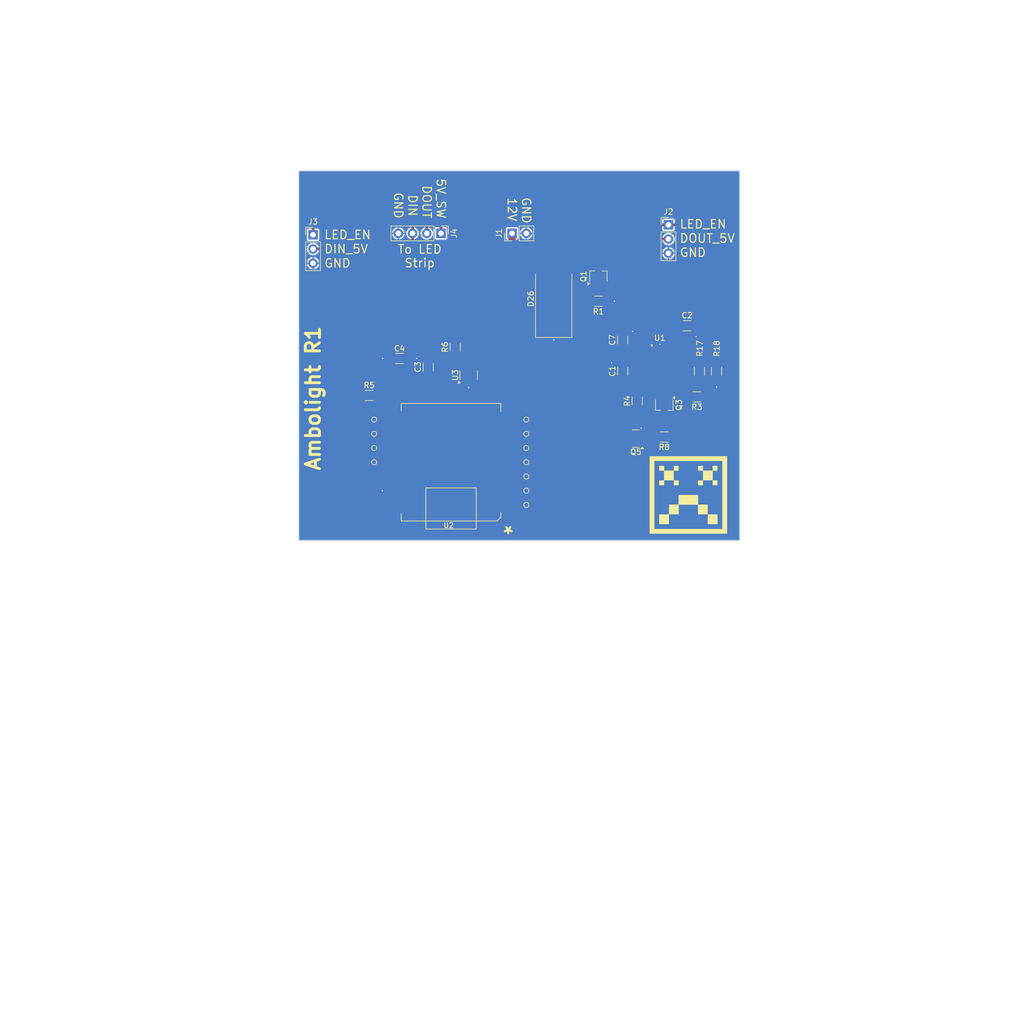
<source format=kicad_pcb>
(kicad_pcb (version 20240108) (generator "pcbnew") (generator_version "8.0")
  (layers (0 "F.Cu" signal) (31 "B.Cu" signal) (35 "F.Paste" user) (36 "B.SilkS" user "B.Silkscreen") (37 "F.SilkS" user "F.Silkscreen") (38 "B.Mask" user) (39 "F.Mask" user) (44 "Edge.Cuts" user))
  (net 0 "")
  (net 1 "GND")
  (net 2 "+12V")
  (net 3 "+3.3V")
  (net 4 "+5V")
  (net 5 "Net-(U1-VCC)")
  (net 6 "Net-(Q1-S)")
  (net 7 "LED_DATA_3.3V")
  (net 8 "LED_DATA_5V")
  (net 9 "Net-(U1-FB)")
  (net 14 "Net-(Q3-G)")
  (net 15 "LED_ENABLE")
  (net 16 "LED_DATA_OUT")
  (net 17 "5V_LED")
  (net 18 "Net-(U2-PA02_A0_D0)")
  (net 19 "Net-(U2-PA11_A3_D3)")
  (net 20 "Net-(U2-PA9_A5_D5_SCL)")
  (net 21 "Net-(U2-PB08_A6_D6_TX)")
  (net 22 "Net-(U2-PA6_A10_D10_MOSI)")
  (net 23 "Net-(U2-PA5_A9_D9_MISO)")
  (net 24 "Net-(U2-PA7_A8_D8_SCK)")
  (net 25 "Net-(U2-PB09_A7_D7_RX)")
  (net 26 "Net-(Q1-G)")
  (net 27 "Net-(U2-PA4_A1_D1)")
  (net 28 "Net-(Q5-B)")
  (net 29 "Net-(U2-PA10_A2_D2)")
  (net 30 "LED_DIN_5V")
  (footprint "1-rjc-rv:TP_SMT_25mil" (layer "F.Cu") (at -24.638 -11.43)
    (property "Reference" "TP7" (hide yes))
    (property "Value" "TestPoint")
    (pad "1" smd circle (at 0 0) (size 0.635 0.635) (layers "F.Cu" "F.Paste" "F.Mask") (net 23 "Net-(U2-PA5_A9_D9_MISO)"))
  )
  (footprint "Resistor_SMD:R_1206_3216Metric_Pad1.30x1.75mm_HandSolder" (layer "F.Cu") (at 15.427999 -37.652999)
    (property "Reference" "R1" (at 0 1.841201 360) (layer "F.SilkS"))
    (property "Value" "10k")
    (pad "1" smd roundrect (at -1.55 0) (size 1.3 1.75) (layers "F.Cu" "F.Paste" "F.Mask") (roundrect_rratio 0.192308) (net 26 "Net-(Q1-G)"))
    (pad "2" smd roundrect (at 1.55 0) (size 1.3 1.75) (layers "F.Cu" "F.Paste" "F.Mask") (roundrect_rratio 0.192308) (net 1 "GND"))
  )
  (footprint "1-rjc-rv:TP_SMT_25mil" (layer "F.Cu") (at -24.638 -8.89)
    (property "Reference" "TP6" (hide yes))
    (property "Value" "TestPoint")
    (pad "1" smd circle (at 0 0) (size 0.635 0.635) (layers "F.Cu" "F.Paste" "F.Mask") (net 22 "Net-(U2-PA6_A10_D10_MOSI)"))
  )
  (footprint "Capacitor_SMD:C_1206_3216Metric_Pad1.33x1.80mm_HandSolder" (layer "F.Cu") (at 19.7612 -30.734 90)
    (property "Reference" "C7" (at 0 -1.85 90) (layer "F.SilkS"))
    (property "Value" "22u")
    (pad "1" smd roundrect (at -1.5625 0 90) (size 1.325 1.8) (layers "F.Cu" "F.Paste" "F.Mask") (roundrect_rratio 0.188679) (net 6 "Net-(Q1-S)"))
    (pad "2" smd roundrect (at 1.5625 0 90) (size 1.325 1.8) (layers "F.Cu" "F.Paste" "F.Mask") (roundrect_rratio 0.188679) (net 1 "GND"))
  )
  (footprint "Resistor_SMD:R_1206_3216Metric_Pad1.30x1.75mm_HandSolder" (layer "F.Cu") (at -25.527 -20.828)
    (property "Reference" "R5" (at 0 -1.82 0) (layer "F.SilkS"))
    (property "Value" "0")
    (pad "1" smd roundrect (at -1.55 0) (size 1.3 1.75) (layers "F.Cu" "F.Paste" "F.Mask") (roundrect_rratio 0.192308) (net 29 "Net-(U2-PA10_A2_D2)"))
    (pad "2" smd roundrect (at 1.55 0) (size 1.3 1.75) (layers "F.Cu" "F.Paste" "F.Mask") (roundrect_rratio 0.192308) (net 7 "LED_DATA_3.3V"))
  )
  (footprint "Connector_PinHeader_2.54mm:PinHeader_1x03_P2.54mm_Vertical" (layer "F.Cu") (at 27.94 -51.308)
    (property "Reference" "J2" (at 0 -2.33 360) (layer "F.SilkS"))
    (property "Value" "0.1\" header")
    (pad "1" thru_hole rect (at 0 0) (size 1.7 1.7) (drill 1) (layers "*.Cu" "*.Mask") (net 15 "LED_ENABLE"))
    (pad "2" thru_hole oval (at 0 2.54) (size 1.7 1.7) (drill 1) (layers "*.Cu" "*.Mask") (net 16 "LED_DATA_OUT"))
    (pad "3" thru_hole oval (at 0 5.08) (size 1.7 1.7) (drill 1) (layers "*.Cu" "*.Mask") (net 1 "GND"))
  )
  (footprint "1-rjc-rv:TLVM23615RDNR" (layer "F.Cu") (at 27.1272 -26.694)
    (property "Reference" "U1" (at -0.7366 -4.421 0) (layer "F.SilkS"))
    (property "Value" "TLVM23615RDNR")
    (pad "1" smd roundrect (at -1.9812 -1.9812) (size 2.1844 0.508) (layers "F.Cu" "F.Paste" "F.Mask"))
    (pad "2" smd roundrect (at -1.9558 -1.1684) (size 2.286 0.3556) (layers "F.Cu" "F.Paste" "F.Mask") (net 6 "Net-(Q1-S)"))
    (pad "3" smd roundrect (at -1.9304 -0.635) (size 2.286 0.3556) (layers "F.Cu" "F.Paste" "F.Mask") (net 6 "Net-(Q1-S)"))
    (pad "4" smd roundrect (at -1.778 0.9906) (size 2.54 2.159) (layers "F.Cu" "F.Paste" "F.Mask") (roundrect_rratio 0.1157943492) (net 4 "+5V"))
    (pad "5" smd roundrect (at 1.778 0.9906) (size 2.54 2.159) (layers "F.Cu" "F.Paste" "F.Mask") (roundrect_rratio 0.1157943492))
    (pad "6" smd roundrect (at 1.9304 -0.635) (size 2.286 0.3556) (layers "F.Cu" "F.Paste" "F.Mask"))
    (pad "7" smd roundrect (at 1.9304 -1.1684) (size 2.286 0.3556) (layers "F.Cu" "F.Paste" "F.Mask"))
    (pad "8" smd roundrect (at 1.9812 -1.9812) (size 2.1844 0.508) (layers "F.Cu" "F.Paste" "F.Mask") (net 5 "Net-(U1-VCC)"))
    (pad "9" smd roundrect (at 0.5334 -2.0574) (size 0.3556 0.889) (layers "F.Cu" "F.Mask") (roundrect_rratio 0.3) (net 9 "Net-(U1-FB)"))
    (pad "10" smd roundrect (at 0 -1.9558) (size 0.3556 1.143) (layers "F.Cu" "F.Mask") (roundrect_rratio 0.3) (net 1 "GND"))
    (pad "11" smd roundrect (at -0.5334 -2.0574) (size 0.3556 0.889) (layers "F.Cu" "F.Mask") (roundrect_rratio 0.3) (net 1 "GND"))
  )
  (footprint "Capacitor_SMD:C_1206_3216Metric_Pad1.33x1.80mm_HandSolder" (layer "F.Cu") (at -14.986 -25.908 90)
    (property "Reference" "C3" (at 0 -1.85 90) (layer "F.SilkS"))
    (property "Value" "1u")
    (pad "1" smd roundrect (at -1.5625 0 90) (size 1.325 1.8) (layers "F.Cu" "F.Paste" "F.Mask") (roundrect_rratio 0.188679) (net 3 "+3.3V"))
    (pad "2" smd roundrect (at 1.5625 0 90) (size 1.325 1.8) (layers "F.Cu" "F.Paste" "F.Mask") (roundrect_rratio 0.188679) (net 1 "GND"))
  )
  (footprint "Resistor_SMD:R_1206_3216Metric_Pad1.30x1.75mm_HandSolder" (layer "F.Cu") (at 33.02 -20.574 180)
    (property "Reference" "R3" (at 0 -1.82 360) (layer "F.SilkS"))
    (property "Value" "0")
    (pad "1" smd roundrect (at -1.55 0 180) (size 1.3 1.75) (layers "F.Cu" "F.Paste" "F.Mask") (roundrect_rratio 0.192308) (net 17 "5V_LED"))
    (pad "2" smd roundrect (at 1.55 0 180) (size 1.3 1.75) (layers "F.Cu" "F.Paste" "F.Mask") (roundrect_rratio 0.192308) (net 4 "+5V"))
  )
  (footprint "1-rjc-rv:brokedit_icon_750x750" (layer "F.Cu") (at 31.496 -3.048)
    (property "Reference" "FID1" (hide yes))
    (property "Value" "Fiducial" (hide yes))
  )
  (footprint "Package_TO_SOT_SMD:SOT-23" (layer "F.Cu") (at 22.1082 -13.121 180)
    (property "Reference" "Q5" (at 0 -2.4 0) (layer "F.SilkS"))
    (property "Value" "MMBT3904")
    (pad "1" smd roundrect (at -0.9375 -0.95 180) (size 1.475 0.6) (layers "F.Cu" "F.Paste" "F.Mask") (net 28 "Net-(Q5-B)"))
    (pad "2" smd roundrect (at -0.9375 0.95 180) (size 1.475 0.6) (layers "F.Cu" "F.Paste" "F.Mask") (net 1 "GND"))
    (pad "3" smd roundrect (at 0.9375 0 180) (size 1.475 0.6) (layers "F.Cu" "F.Paste" "F.Mask") (net 14 "Net-(Q3-G)"))
  )
  (footprint "1-rjc-rv:TP_SMT_25mil" (layer "F.Cu") (at -24.638 -16.51)
    (property "Reference" "TP9" (hide yes))
    (property "Value" "TestPoint")
    (pad "1" smd circle (at 0 0) (size 0.635 0.635) (layers "F.Cu" "F.Paste" "F.Mask") (net 25 "Net-(U2-PB09_A7_D7_RX)"))
  )
  (footprint "1-rjc-rv:TP_SMT_25mil" (layer "F.Cu") (at 2.54 -1.27)
    (property "Reference" "TP1" (hide yes))
    (property "Value" "TestPoint")
    (pad "1" smd circle (at 0 0) (size 0.635 0.635) (layers "F.Cu" "F.Paste" "F.Mask") (net 18 "Net-(U2-PA02_A0_D0)"))
  )
  (footprint "Resistor_SMD:R_1206_3216Metric_Pad1.30x1.75mm_HandSolder" (layer "F.Cu") (at 22.351998 -19.838001 -90)
    (property "Reference" "R4" (at 0 1.777998 90) (layer "F.SilkS"))
    (property "Value" "100k")
    (pad "1" smd roundrect (at -1.55 0 270) (size 1.3 1.75) (layers "F.Cu" "F.Paste" "F.Mask") (roundrect_rratio 0.192308) (net 4 "+5V"))
    (pad "2" smd roundrect (at 1.55 0 270) (size 1.3 1.75) (layers "F.Cu" "F.Paste" "F.Mask") (roundrect_rratio 0.192308) (net 14 "Net-(Q3-G)"))
  )
  (footprint "Connector_PinHeader_2.54mm:PinHeader_1x02_P2.54mm_Vertical" (layer "F.Cu") (at 0 -49.784 90)
    (property "Reference" "J1" (at 0 -2.33 90) (layer "F.SilkS"))
    (property "Value" "Conn_01x04")
    (pad "1" thru_hole rect (at 0 0 90) (size 1.7 1.7) (drill 1) (layers "*.Cu" "*.Mask") (net 2 "+12V"))
    (pad "2" thru_hole oval (at 0 2.54 90) (size 1.7 1.7) (drill 1) (layers "*.Cu" "*.Mask") (net 1 "GND"))
  )
  (footprint "Connector_PinHeader_2.54mm:PinHeader_1x04_P2.54mm_Vertical" (layer "F.Cu") (at -12.7 -49.784 -90)
    (property "Reference" "J4" (at 0 -2.33 90) (layer "F.SilkS"))
    (property "Value" "0.1\" header")
    (pad "1" thru_hole rect (at 0 0 270) (size 1.7 1.7) (drill 1) (layers "*.Cu" "*.Mask") (net 17 "5V_LED"))
    (pad "2" thru_hole oval (at 0 2.54 270) (size 1.7 1.7) (drill 1) (layers "*.Cu" "*.Mask") (net 16 "LED_DATA_OUT"))
    (pad "3" thru_hole oval (at 0 5.08 270) (size 1.7 1.7) (drill 1) (layers "*.Cu" "*.Mask") (net 30 "LED_DIN_5V"))
    (pad "4" thru_hole oval (at 0 7.62 270) (size 1.7 1.7) (drill 1) (layers "*.Cu" "*.Mask") (net 1 "GND"))
  )
  (footprint "1-rjc-rv:TP_SMT_25mil" (layer "F.Cu") (at 2.54 -11.43)
    (property "Reference" "TP3" (hide yes))
    (property "Value" "TestPoint")
    (pad "1" smd circle (at 0 0) (size 0.635 0.635) (layers "F.Cu" "F.Paste" "F.Mask") (net 15 "LED_ENABLE"))
  )
  (footprint "Capacitor_SMD:C_1206_3216Metric_Pad1.33x1.80mm_HandSolder" (layer "F.Cu") (at -20.1045 -27.432 180)
    (property "Reference" "C4" (at 0 1.778 360) (layer "F.SilkS"))
    (property "Value" "1u")
    (pad "1" smd roundrect (at -1.5625 0 180) (size 1.325 1.8) (layers "F.Cu" "F.Paste" "F.Mask") (roundrect_rratio 0.188679) (net 4 "+5V"))
    (pad "2" smd roundrect (at 1.5625 0 180) (size 1.325 1.8) (layers "F.Cu" "F.Paste" "F.Mask") (roundrect_rratio 0.188679) (net 1 "GND"))
  )
  (footprint "Resistor_SMD:R_1206_3216Metric_Pad1.30x1.75mm_HandSolder" (layer "F.Cu") (at 33.4772 -25.146 90)
    (property "Reference" "R17" (at 4.064 0.0508 90) (layer "F.SilkS"))
    (property "Value" "40.2k")
    (pad "1" smd roundrect (at -1.55 0 90) (size 1.3 1.75) (layers "F.Cu" "F.Paste" "F.Mask") (roundrect_rratio 0.192308) (net 4 "+5V"))
    (pad "2" smd roundrect (at 1.55 0 90) (size 1.3 1.75) (layers "F.Cu" "F.Paste" "F.Mask") (roundrect_rratio 0.192308) (net 9 "Net-(U1-FB)"))
  )
  (footprint "Capacitor_SMD:C_1206_3216Metric_Pad1.33x1.80mm_HandSolder" (layer "F.Cu") (at 19.7612 -25.1714 90)
    (property "Reference" "C1" (at 0 -1.85 90) (layer "F.SilkS"))
    (property "Value" "22u")
    (pad "1" smd roundrect (at -1.5625 0 90) (size 1.325 1.8) (layers "F.Cu" "F.Paste" "F.Mask") (roundrect_rratio 0.188679) (net 4 "+5V"))
    (pad "2" smd roundrect (at 1.5625 0 90) (size 1.325 1.8) (layers "F.Cu" "F.Paste" "F.Mask") (roundrect_rratio 0.188679) (net 1 "GND"))
  )
  (footprint "1-rjc-rv:TP_SMT_25mil" (layer "F.Cu") (at 2.54 -13.97)
    (property "Reference" "TP4" (hide yes))
    (property "Value" "TestPoint")
    (pad "1" smd circle (at 0 0) (size 0.635 0.635) (layers "F.Cu" "F.Paste" "F.Mask") (net 20 "Net-(U2-PA9_A5_D5_SCL)"))
  )
  (footprint "Resistor_SMD:R_1206_3216Metric_Pad1.30x1.75mm_HandSolder" (layer "F.Cu") (at 27.1882 -13.415 180)
    (property "Reference" "R8" (at 0 -1.82 0) (layer "F.SilkS"))
    (property "Value" "100k")
    (pad "1" smd roundrect (at -1.55 0 180) (size 1.3 1.75) (layers "F.Cu" "F.Paste" "F.Mask") (roundrect_rratio 0.192308) (net 15 "LED_ENABLE"))
    (pad "2" smd roundrect (at 1.55 0 180) (size 1.3 1.75) (layers "F.Cu" "F.Paste" "F.Mask") (roundrect_rratio 0.192308) (net 28 "Net-(Q5-B)"))
  )
  (footprint "Package_TO_SOT_SMD:TSOT-23_HandSoldering" (layer "F.Cu") (at 27.1882 -19.13 -90)
    (property "Reference" "Q3" (at 0 -2.65 90) (layer "F.SilkS"))
    (property "Value" "DMP3099L")
    (pad "1" smd roundrect (at -1.71 -0.95 270) (size 2 0.65) (layers "F.Cu" "F.Paste" "F.Mask") (net 14 "Net-(Q3-G)"))
    (pad "2" smd roundrect (at -1.71 0.95 270) (size 2 0.65) (layers "F.Cu" "F.Paste" "F.Mask") (net 4 "+5V"))
    (pad "3" smd roundrect (at 1.71 0 270) (size 2 0.65) (layers "F.Cu" "F.Paste" "F.Mask") (net 17 "5V_LED"))
  )
  (footprint "KM-ESP-Kit:SeeedStudio-MOUDLE14P-SMD-2.54-21X17.8MM" (layer "F.Cu") (at -2.009802 -19.390004 180)
    (property "Reference" "U2" (at 9.3345 -21.7805 180) (layer "F.SilkS") (effects (font (size 0.889 0.889) (thickness 0.1524) (bold yes))))
    (property "Value" "MOUDLE-SEEEDUINO-XIAO-ESP32C3")
    (fp_text user "*" (at -2.54 -20.32 180) (layer "F.SilkS") (effects (font (size 2.54 2.54) (thickness 0.381)) (justify left bottom)))
    (pad "1" smd roundrect (at -0.1524 -18.1102 180) (size 4.572 2.032) (layers "F.Cu" "F.Paste" "F.Mask") (roundrect_rratio 0.5) (net 18 "Net-(U2-PA02_A0_D0)"))
    (pad "2" smd roundrect (at -0.1524 -15.58 180) (size 4.572 2.032) (layers "F.Cu" "F.Paste" "F.Mask") (roundrect_rratio 0.5) (net 27 "Net-(U2-PA4_A1_D1)"))
    (pad "3" smd roundrect (at -0.1524 -13.04 180) (size 4.572 2.032) (layers "F.Cu" "F.Paste" "F.Mask") (roundrect_rratio 0.5) (net 29 "Net-(U2-PA10_A2_D2)"))
    (pad "4" smd roundrect (at -0.1524 -10.5 180) (size 4.572 2.032) (layers "F.Cu" "F.Paste" "F.Mask") (roundrect_rratio 0.5) (net 19 "Net-(U2-PA11_A3_D3)"))
    (pad "5" smd roundrect (at -0.1524 -7.96 180) (size 4.572 2.032) (layers "F.Cu" "F.Paste" "F.Mask") (roundrect_rratio 0.5) (net 15 "LED_ENABLE"))
    (pad "6" smd roundrect (at -0.1524 -5.42 180) (size 4.572 2.032) (layers "F.Cu" "F.Paste" "F.Mask") (roundrect_rratio 0.5) (net 20 "Net-(U2-PA9_A5_D5_SCL)"))
    (pad "7" smd roundrect (at -0.1524 -2.88 180) (size 4.572 2.032) (layers "F.Cu" "F.Paste" "F.Mask") (roundrect_rratio 0.5) (net 21 "Net-(U2-PB08_A6_D6_TX)"))
    (pad "8" smd roundrect (at 17.907 -2.88 180) (size 4.572 2.032) (layers "F.Cu" "F.Paste" "F.Mask") (roundrect_rratio 0.5) (net 25 "Net-(U2-PB09_A7_D7_RX)"))
    (pad "9" smd roundrect (at 17.907 -5.42 180) (size 4.572 2.032) (layers "F.Cu" "F.Paste" "F.Mask") (roundrect_rratio 0.5) (net 24 "Net-(U2-PA7_A8_D8_SCK)"))
    (pad "10" smd roundrect (at 17.907 -7.96 180) (size 4.572 2.032) (layers "F.Cu" "F.Paste" "F.Mask") (roundrect_rratio 0.5) (net 23 "Net-(U2-PA5_A9_D9_MISO)"))
    (pad "11" smd roundrect (at 17.907 -10.5 180) (size 4.572 2.032) (layers "F.Cu" "F.Paste" "F.Mask") (roundrect_rratio 0.5) (net 22 "Net-(U2-PA6_A10_D10_MOSI)"))
    (pad "12" smd roundrect (at 17.907 -13.04 180) (size 4.572 2.032) (layers "F.Cu" "F.Paste" "F.Mask") (roundrect_rratio 0.5) (net 3 "+3.3V"))
    (pad "13" smd roundrect (at 17.907 -15.58 180) (size 4.572 2.032) (layers "F.Cu" "F.Paste" "F.Mask") (roundrect_rratio 0.5) (net 1 "GND"))
    (pad "14" smd roundrect (at 17.907 -18.1102 180) (size 4.572 2.032) (layers "F.Cu" "F.Paste" "F.Mask") (roundrect_rratio 0.5) (net 4 "+5V"))
    (zone (net 0) (net_name "") (layer "F.Cu") (connect_pads (clearance 0)) (min_thickness 0.01)
      (keepout (tracks not_allowed) (vias not_allowed) (pads not_allowed) (copperpour not_allowed) (footprints allowed))
      (fill (thermal_gap 0.508) (thermal_bridge_width 0.508))
      (polygon (pts (xy -14.328802 -2.372004) (xy -16.106802 -2.372004) (xy -16.106802 -5.039004) (xy -14.328802 -5.039004)))
    )
    (zone (net 0) (net_name "") (layer "F.Cu") (connect_pads (clearance 0)) (min_thickness 0.01)
      (keepout (tracks not_allowed) (vias not_allowed) (pads not_allowed) (copperpour not_allowed) (footprints allowed))
      (fill (thermal_gap 0.508) (thermal_bridge_width 0.508))
      (polygon (pts (xy -14.328802 1.691996) (xy -16.106802 1.691996) (xy -16.106802 -0.975004) (xy -14.328802 -0.975004)))
    )
    (zone (net 0) (net_name "") (layer "F.Cu") (connect_pads (clearance 0)) (min_thickness 0.01)
      (keepout (tracks not_allowed) (vias not_allowed) (pads not_allowed) (copperpour not_allowed) (footprints allowed))
      (fill (thermal_gap 0.508) (thermal_bridge_width 0.508))
      (polygon (pts (xy -11.788802 -8.087004) (xy -14.836802 -8.087004) (xy -14.836802 -11.135004) (xy -11.788802 -11.135004)))
    )
    (zone (net 0) (net_name "") (layer "F.Cu") (connect_pads (clearance 0)) (min_thickness 0.01)
      (keepout (tracks not_allowed) (vias not_allowed) (pads not_allowed) (copperpour not_allowed) (footprints allowed))
      (fill (thermal_gap 0.508) (thermal_bridge_width 0.508))
      (polygon (pts (xy -8.359802 -16.215004) (xy -14.074802 -16.215004) (xy -14.074802 -18.755004) (xy -8.359802 -18.755004)))
    )
    (zone (net 0) (net_name "") (layer "F.Cu") (connect_pads (clearance 0)) (min_thickness 0.01)
      (keepout (tracks not_allowed) (vias not_allowed) (pads not_allowed) (copperpour not_allowed) (footprints allowed))
      (fill (thermal_gap 0.508) (thermal_bridge_width 0.508))
      (polygon (pts (xy -8.359802 0.929996) (xy -13.566802 0.929996) (xy -13.566802 -6.055004) (xy -8.359802 -6.055004)))
    )
    (zone (net 0) (net_name "") (layer "F.Cu") (connect_pads (clearance 0)) (min_thickness 0.01)
      (keepout (tracks not_allowed) (vias not_allowed) (pads not_allowed) (copperpour not_allowed) (footprints allowed))
      (fill (thermal_gap 0.508) (thermal_bridge_width 0.508))
      (polygon (pts (xy -5.692802 -2.372004) (xy -7.470802 -2.372004) (xy -7.470802 -5.039004) (xy -5.692802 -5.039004)))
    )
    (zone (net 0) (net_name "") (layer "F.Cu") (connect_pads (clearance 0)) (min_thickness 0.01)
      (keepout (tracks not_allowed) (vias not_allowed) (pads not_allowed) (copperpour not_allowed) (footprints allowed))
      (fill (thermal_gap 0.508) (thermal_bridge_width 0.508))
      (polygon (pts (xy -5.692802 1.691996) (xy -7.470802 1.691996) (xy -7.470802 -0.975004) (xy -5.692802 -0.975004)))
    )
    (zone (net 0) (net_name "") (layer "F.Cu") (connect_pads (clearance 0)) (min_thickness 0.01)
      (keepout (tracks not_allowed) (vias not_allowed) (pads not_allowed) (copperpour not_allowed) (footprints allowed))
      (fill (thermal_gap 0.508) (thermal_bridge_width 0.508))
      (polygon (pts (xy -4.994302 -6.626504) (xy -7.915302 -6.626504) (xy -7.915302 -8.658504) (xy -4.994302 -8.658504)))
    )
  )
  (footprint "Package_TO_SOT_SMD:SOT-23-6" (layer "F.Cu") (at -7.7525 -24.45 90)
    (property "Reference" "U3" (at 0 -2.4 90) (layer "F.SilkS"))
    (property "Value" "TXS0101DBV")
    (pad "1" smd roundrect (at -1.1375 -0.95 90) (size 1.325 0.6) (layers "F.Cu" "F.Paste" "F.Mask") (net 3 "+3.3V"))
    (pad "2" smd roundrect (at -1.1375 0 90) (size 1.325 0.6) (layers "F.Cu" "F.Paste" "F.Mask") (net 1 "GND"))
    (pad "3" smd roundrect (at -1.1375 0.95 90) (size 1.325 0.6) (layers "F.Cu" "F.Paste" "F.Mask") (net 7 "LED_DATA_3.3V"))
    (pad "4" smd roundrect (at 1.1375 0.95 90) (size 1.325 0.6) (layers "F.Cu" "F.Paste" "F.Mask") (net 8 "LED_DATA_5V"))
    (pad "5" smd roundrect (at 1.1375 0 90) (size 1.325 0.6) (layers "F.Cu" "F.Paste" "F.Mask") (net 3 "+3.3V"))
    (pad "6" smd roundrect (at 1.1375 -0.95 90) (size 1.325 0.6) (layers "F.Cu" "F.Paste" "F.Mask") (net 4 "+5V"))
  )
  (footprint "Diode_SMD:D_SMC_Handsoldering" (layer "F.Cu") (at 7.4422 -38.1 90)
    (property "Reference" "D26" (at 0 -4.1 90) (layer "F.SilkS"))
    (property "Value" "SMCJ28CA")
    (pad "1" smd roundrect (at -4.4 0 180) (size 3.3 4.5) (layers "F.Cu" "F.Paste" "F.Mask") (roundrect_rratio 0.0757575758) (net 1 "GND"))
    (pad "2" smd roundrect (at 4.4 0 180) (size 3.3 4.5) (layers "F.Cu" "F.Paste" "F.Mask") (roundrect_rratio 0.0757575758) (net 2 "+12V"))
  )
  (footprint "Connector_PinHeader_2.54mm:PinHeader_1x03_P2.54mm_Vertical" (layer "F.Cu") (at -35.56 -49.53)
    (property "Reference" "J3" (at 0 -2.33 360) (layer "F.SilkS"))
    (property "Value" "0.1\" header")
    (pad "1" thru_hole rect (at 0 0) (size 1.7 1.7) (drill 1) (layers "*.Cu" "*.Mask") (net 15 "LED_ENABLE"))
    (pad "2" thru_hole oval (at 0 2.54) (size 1.7 1.7) (drill 1) (layers "*.Cu" "*.Mask") (net 30 "LED_DIN_5V"))
    (pad "3" thru_hole oval (at 0 5.08) (size 1.7 1.7) (drill 1) (layers "*.Cu" "*.Mask") (net 1 "GND"))
  )
  (footprint "Capacitor_SMD:C_1206_3216Metric_Pad1.33x1.80mm_HandSolder" (layer "F.Cu") (at 31.2805 -33.274)
    (property "Reference" "C2" (at 0 -1.85 0) (layer "F.SilkS"))
    (property "Value" "1u")
    (pad "1" smd roundrect (at -1.5625 0) (size 1.325 1.8) (layers "F.Cu" "F.Paste" "F.Mask") (roundrect_rratio 0.188679) (net 5 "Net-(U1-VCC)"))
    (pad "2" smd roundrect (at 1.5625 0) (size 1.325 1.8) (layers "F.Cu" "F.Paste" "F.Mask") (roundrect_rratio 0.188679) (net 1 "GND"))
  )
  (footprint "1-rjc-rv:TP_SMT_25mil" (layer "F.Cu") (at 2.54 -8.89)
    (property "Reference" "TP2" (hide yes))
    (property "Value" "TestPoint")
    (pad "1" smd circle (at 0 0) (size 0.635 0.635) (layers "F.Cu" "F.Paste" "F.Mask") (net 19 "Net-(U2-PA11_A3_D3)"))
  )
  (footprint "Package_TO_SOT_SMD:TSOT-23_HandSoldering" (layer "F.Cu") (at 15.427999 -42.097999 90)
    (property "Reference" "Q1" (at 0 -2.65 90) (layer "F.SilkS"))
    (property "Value" "DMP3099L")
    (pad "1" smd roundrect (at -1.71 -0.95 90) (size 2 0.65) (layers "F.Cu" "F.Paste" "F.Mask") (net 26 "Net-(Q1-G)"))
    (pad "2" smd roundrect (at -1.71 0.95 90) (size 2 0.65) (layers "F.Cu" "F.Paste" "F.Mask") (net 6 "Net-(Q1-S)"))
    (pad "3" smd roundrect (at 1.71 0 90) (size 2 0.65) (layers "F.Cu" "F.Paste" "F.Mask") (net 2 "+12V"))
  )
  (footprint "Resistor_SMD:R_1206_3216Metric_Pad1.30x1.75mm_HandSolder" (layer "F.Cu") (at -10.16 -29.464 90)
    (property "Reference" "R6" (at -0.000001 -1.82 90) (layer "F.SilkS"))
    (property "Value" "300")
    (pad "1" smd roundrect (at -1.55 0 90) (size 1.3 1.75) (layers "F.Cu" "F.Paste" "F.Mask") (roundrect_rratio 0.192308) (net 8 "LED_DATA_5V"))
    (pad "2" smd roundrect (at 1.55 0 90) (size 1.3 1.75) (layers "F.Cu" "F.Paste" "F.Mask") (roundrect_rratio 0.192308) (net 30 "LED_DIN_5V"))
  )
  (footprint "1-rjc-rv:TP_SMT_25mil" (layer "F.Cu") (at 2.54 -16.51)
    (property "Reference" "TP5" (hide yes))
    (property "Value" "TestPoint")
    (pad "1" smd circle (at 0 0) (size 0.635 0.635) (layers "F.Cu" "F.Paste" "F.Mask") (net 21 "Net-(U2-PB08_A6_D6_TX)"))
  )
  (footprint "1-rjc-rv:TP_SMT_25mil" (layer "F.Cu") (at 2.54 -3.81)
    (property "Reference" "TP11" (hide yes))
    (property "Value" "TestPoint")
    (pad "1" smd circle (at 0 0) (size 0.635 0.635) (layers "F.Cu" "F.Paste" "F.Mask") (net 27 "Net-(U2-PA4_A1_D1)"))
  )
  (footprint "1-rjc-rv:TP_SMT_25mil" (layer "F.Cu") (at 2.54 -6.35)
    (property "Reference" "TP10" (hide yes))
    (property "Value" "TestPoint")
    (pad "1" smd circle (at 0 0) (size 0.635 0.635) (layers "F.Cu" "F.Paste" "F.Mask") (net 29 "Net-(U2-PA10_A2_D2)"))
  )
  (footprint "1-rjc-rv:TP_SMT_25mil" (layer "F.Cu") (at -24.638 -13.97)
    (property "Reference" "TP8" (hide yes))
    (property "Value" "TestPoint")
    (pad "1" smd circle (at 0 0) (size 0.635 0.635) (layers "F.Cu" "F.Paste" "F.Mask") (net 24 "Net-(U2-PA7_A8_D8_SCK)"))
  )
  (footprint "Resistor_SMD:R_1206_3216Metric_Pad1.30x1.75mm_HandSolder" (layer "F.Cu") (at 36.5252 -25.146 -90)
    (property "Reference" "R18" (at -4.064 -0.0508 90) (layer "F.SilkS"))
    (property "Value" "10k")
    (pad "1" smd roundrect (at -1.55 0 270) (size 1.3 1.75) (layers "F.Cu" "F.Paste" "F.Mask") (roundrect_rratio 0.192308) (net 9 "Net-(U1-FB)"))
    (pad "2" smd roundrect (at 1.55 0 270) (size 1.3 1.75) (layers "F.Cu" "F.Paste" "F.Mask") (roundrect_rratio 0.192308) (net 1 "GND"))
  )
  (gr_rect (start -38.1 -60.96) (end 40.64 5.08) (stroke (width 0.1)) (fill none) (layer "Edge.Cuts"))
  (gr_text "LED_EN" (at -33.655 -49.53 0) (layer "F.SilkS") (effects (font (size 1.524 1.524) (thickness 0.2032)) (justify left)))
  (gr_text "DIN_5V" (at -33.655 -46.99 0) (layer "F.SilkS") (effects (font (size 1.524 1.524) (thickness 0.2032)) (justify left)))
  (gr_text "Ambolight R1" (at -35.56 -20.32 90) (layer "F.SilkS") (effects (font (size 2.54 2.54) (thickness 0.508) (bold yes))))
  (gr_text "DOUT_5V" (at 29.845 -48.895 0) (layer "F.SilkS") (effects (font (size 1.524 1.524) (thickness 0.2032)) (justify left)))
  (gr_text "To LED\nStrip" (at -16.51 -45.72 0) (layer "F.SilkS") (effects (font (size 1.524 1.524) (thickness 0.2032))))
  (gr_text "12V" (at 0 -51.816 270) (layer "F.SilkS") (effects (font (size 1.524 1.524) (thickness 0.2032)) (justify right)))
  (gr_text "GND" (at 2.54 -51.435 270) (layer "F.SilkS") (effects (font (size 1.524 1.524) (thickness 0.2032)) (justify right)))
  (gr_text "LED_EN" (at 29.845 -51.435 0) (layer "F.SilkS") (effects (font (size 1.524 1.524) (thickness 0.2032)) (justify left)))
  (gr_text "GND" (at 29.845 -46.355 0) (layer "F.SilkS") (effects (font (size 1.524 1.524) (thickness 0.2032)) (justify left)))
  (gr_text "GND" (at -20.32 -52.324 270) (layer "F.SilkS") (effects (font (size 1.524 1.524) (thickness 0.2032)) (justify right)))
  (gr_text "GND" (at -33.655 -44.45 0) (layer "F.SilkS") (effects (font (size 1.524 1.524) (thickness 0.2032)) (justify left)))
  (gr_text "5V_SW" (at -12.7 -52.324 270) (layer "F.SilkS") (effects (font (size 1.524 1.524) (thickness 0.2032)) (justify right)))
  (gr_text "DOUT" (at -15.24 -52.324 270) (layer "F.SilkS") (effects (font (size 1.524 1.524) (thickness 0.2032)) (justify right)))
  (gr_text "DIN" (at -17.78 -52.705 270) (layer "F.SilkS") (effects (font (size 1.524 1.524) (thickness 0.2032)) (justify right)))
  (segment (start -7.7525 -23.3125) (end -7.7525 -22.2305) (width 0.1524) (layer "F.Cu") (net 1))
  (segment (start 18.275004 -37.653002) (end 18.288 -37.665998) (width 0.254) (layer "F.Cu") (net 1))
  (segment (start 32.893 -31.369) (end 32.893 -33.224007) (width 0.381) (layer "F.Cu") (net 1))
  (segment (start -23.164796 -3.810004) (end -23.1648 -3.81) (width 0.254) (layer "F.Cu") (net 1))
  (segment (start -16.9795 -27.4705) (end -17.018 -27.432) (width 0.508) (layer "F.Cu") (net 1))
  (segment (start 36.5252 -23.596) (end 36.5252 -22.352) (width 0.381) (layer "F.Cu") (net 1))
  (segment (start -7.7525 -22.2305) (end -7.747 -22.225) (width 0.1524) (layer "F.Cu") (net 1))
  (segment (start 16.977998 -37.653002) (end 18.275004 -37.653002) (width 0.508) (layer "F.Cu") (net 1))
  (segment (start 19.6973 -26.67) (end 19.761201 -26.733901) (width 0.381) (layer "F.Cu") (net 1))
  (segment (start 7.4422 -33.7) (end 7.4422 -30.734) (width 0.508) (layer "F.Cu") (net 1))
  (segment (start 19.7997 -32.258) (end 21.4622 -32.258) (width 0.381) (layer "F.Cu") (net 1))
  (segment (start 19.7612 -32.2965) (end 19.7997 -32.258) (width 0.381) (layer "F.Cu") (net 1))
  (segment (start 26.6272 -29.7608) (end 26.416 -29.972) (width 0.1524) (layer "F.Cu") (net 1))
  (segment (start 17.78 -26.67) (end 19.6973 -26.67) (width 0.381) (layer "F.Cu") (net 1))
  (segment (start 32.893 -33.224007) (end 32.843008 -33.273999) (width 0.381) (layer "F.Cu") (net 1))
  (segment (start -19.916802 -3.810004) (end -23.164796 -3.810004) (width 0.508) (layer "F.Cu") (net 1))
  (segment (start 21.5007 -32.2965) (end 21.5392 -32.258) (width 0.1524) (layer "F.Cu") (net 1))
  (segment (start 21.4622 -32.258) (end 21.5007 -32.2965) (width 0.381) (layer "F.Cu") (net 1))
  (segment (start 23.0457 -14.071) (end 23.0457 -14.9685) (width 0.508) (layer "F.Cu") (net 1))
  (segment (start 23.0457 -14.9685) (end 23.0632 -14.986) (width 0.508) (layer "F.Cu") (net 1))
  (segment (start -21.667 -27.432) (end -23.114 -27.432) (width 0.508) (layer "F.Cu") (net 1))
  (segment (start -14.986 -27.4705) (end -16.9795 -27.4705) (width 0.508) (layer "F.Cu") (net 1))
  (segment (start 26.6272 -28.754) (end 26.6272 -29.7608) (width 0.1524) (layer "F.Cu") (net 1))
  (via (at -7.747 -22.225) (size 0.508) (drill 0.2032) (layers "F.Cu" "B.Cu") (net 1))
  (via (at 23.0632 -14.986) (size 0.508) (drill 0.2032) (layers "F.Cu" "B.Cu") (net 1))
  (via (at 7.4422 -30.734) (size 0.508) (drill 0.2032) (layers "F.Cu" "B.Cu") (net 1))
  (via (at 21.5392 -32.258) (size 0.508) (drill 0.2032) (layers "F.Cu" "B.Cu") (net 1))
  (via (at 36.5252 -22.352) (size 0.508) (drill 0.2032) (layers "F.Cu" "B.Cu") (net 1))
  (via (at 17.78 -26.67) (size 0.508) (drill 0.2032) (layers "F.Cu" "B.Cu") (net 1))
  (via (at -17.018 -27.432) (size 0.508) (drill 0.2032) (layers "F.Cu" "B.Cu") (net 1))
  (via (at 26.416 -29.972) (size 0.508) (drill 0.2032) (layers "F.Cu" "B.Cu") (net 1))
  (via (at -23.114 -27.432) (size 0.508) (drill 0.2032) (layers "F.Cu" "B.Cu") (net 1))
  (via (at -23.1648 -3.81) (size 0.508) (drill 0.2032) (layers "F.Cu" "B.Cu") (net 1))
  (via (at 18.288 -37.665998) (size 0.508) (drill 0.2032) (layers "F.Cu" "B.Cu") (net 1))
  (via (at 32.893 -31.369) (size 0.508) (drill 0.2032) (layers "F.Cu" "B.Cu") (net 1))
  (segment (start 3.474 -42.5) (end 7.4422 -42.5) (width 1.27) (layer "F.Cu") (net 2))
  (segment (start 0 -49.784) (end 0 -45.974) (width 1.27) (layer "F.Cu") (net 2))
  (segment (start 0 -45.974) (end 3.474 -42.5) (width 1.27) (layer "F.Cu") (net 2))
  (segment (start 8.750199 -43.807999) (end 7.4422 -42.5) (width 0.762) (layer "F.Cu") (net 2))
  (segment (start 15.427999 -43.807999) (end 8.750199 -43.807999) (width 0.762) (layer "F.Cu") (net 2))
  (segment (start -19.916802 -6.350004) (end -24.688804 -6.350004) (width 0.508) (layer "F.Cu") (net 3))
  (segment (start -14.986 -24.3455) (end -14.986 -23.3125) (width 0.508) (layer "F.Cu") (net 3))
  (segment (start -24.688804 -6.350004) (end -26.2128 -7.874) (width 0.508) (layer "F.Cu") (net 3))
  (segment (start -25.146 -22.2965) (end -25.146 -17.78) (width 0.381) (layer "F.Cu") (net 3))
  (segment (start -24.13 -23.3125) (end -25.146 -22.2965) (width 0.381) (layer "F.Cu") (net 3))
  (segment (start -14.986 -23.3125) (end -8.7025 -23.3125) (width 0.508) (layer "F.Cu") (net 3))
  (segment (start -25.146 -17.78) (end -26.2128 -16.7132) (width 0.381) (layer "F.Cu") (net 3))
  (segment (start -24.13 -23.3125) (end -14.986 -23.3125) (width 0.508) (layer "F.Cu") (net 3))
  (segment (start -7.7525 -25.5875) (end -7.7525 -25.0135) (width 0.254) (layer "F.Cu") (net 3))
  (segment (start -8.7025 -24.0635) (end -8.7025 -23.3125) (width 0.254) (layer "F.Cu") (net 3))
  (segment (start -7.7525 -25.0135) (end -8.7025 -24.0635) (width 0.254) (layer "F.Cu") (net 3))
  (segment (start -26.2128 -16.7132) (end -26.2128 -7.874) (width 0.381) (layer "F.Cu") (net 3))
  (segment (start 22.352 -23.596) (end 20.0277 -23.596) (width 0.508) (layer "F.Cu") (net 4))
  (segment (start -3.678814 -26.924) (end 10.668 -26.924) (width 0.762) (layer "F.Cu") (net 4))
  (segment (start 25.3492 -23.596) (end 22.352 -23.596) (width 0.508) (layer "F.Cu") (net 4))
  (segment (start 31.75 -23.596) (end 25.3492 -23.596) (width 0.508) (layer "F.Cu") (net 4))
  (segment (start 22.351996 -21.388002) (end 22.351996 -23.595996) (width 0.508) (layer "F.Cu") (net 4))
  (segment (start -18.415 -25.5875) (end -24.5715 -25.5875) (width 0.381) (layer "F.Cu") (net 4))
  (segment (start -25.908 -24.251) (end -25.908 -18.034) (width 0.381) (layer "F.Cu") (net 4))
  (segment (start -18.415 -27.305) (end -18.415 -25.5875) (width 0.762) (layer "F.Cu") (net 4))
  (segment (start -27.305 -16.637) (end -27.305 -5.715) (width 0.381) (layer "F.Cu") (net 4))
  (segment (start 26.2382 -20.84) (end 26.2382 -23.596) (width 0.508) (layer "F.Cu") (net 4))
  (segment (start -8.7025 -25.5875) (end -18.415 -25.5875) (width 0.381) (layer "F.Cu") (net 4))
  (segment (start -18.542 -28.878081) (end -17.78 -29.640081) (width 0.762) (layer "F.Cu") (net 4))
  (segment (start -17.78 -29.640081) (end -6.394895 -29.640081) (width 0.762) (layer "F.Cu") (net 4))
  (segment (start 31.47 -23.316) (end 31.75 -23.596) (width 0.508) (layer "F.Cu") (net 4))
  (segment (start 22.351996 -23.595996) (end 22.352 -23.596) (width 0.1524) (layer "F.Cu") (net 4))
  (segment (start -18.542 -27.432) (end -18.415 -27.305) (width 0.508) (layer "F.Cu") (net 4))
  (segment (start 33.4772 -23.596) (end 31.75 -23.596) (width 0.508) (layer "F.Cu") (net 4))
  (segment (start 25.3492 -25.7034) (end 25.3492 -23.596) (width 0.508) (layer "F.Cu") (net 4))
  (segment (start 13.9831 -23.6089) (end 19.7612 -23.6089) (width 0.762) (layer "F.Cu") (net 4))
  (segment (start -24.5715 -25.5875) (end -25.908 -24.251) (width 0.381) (layer "F.Cu") (net 4))
  (segment (start -18.542 -27.432) (end -18.542 -28.878081) (width 0.762) (layer "F.Cu") (net 4))
  (segment (start -6.394895 -29.640081) (end -3.678814 -26.924) (width 0.762) (layer "F.Cu") (net 4))
  (segment (start -27.305 -5.715) (end -22.869804 -1.279804) (width 0.381) (layer "F.Cu") (net 4))
  (segment (start -25.908 -18.034) (end -27.305 -16.637) (width 0.381) (layer "F.Cu") (net 4))
  (segment (start -22.869804 -1.279804) (end -19.916802 -1.279804) (width 0.381) (layer "F.Cu") (net 4))
  (segment (start 31.47 -20.574) (end 31.47 -23.316) (width 0.508) (layer "F.Cu") (net 4))
  (segment (start 20.0277 -23.8754) (end 19.7612 -23.6089) (width 0.1524) (layer "F.Cu") (net 4))
  (segment (start 10.668 -26.924) (end 13.9831 -23.6089) (width 0.762) (layer "F.Cu") (net 4))
  (segment (start 29.629502 -29.375502) (end 29.629502 -33.185502) (width 0.508) (layer "F.Cu") (net 5))
  (segment (start 29.629502 -33.185502) (end 29.718 -33.274) (width 0.508) (layer "F.Cu") (net 5))
  (segment (start 29.0872 -28.654) (end 29.1084 -28.6752) (width 0.254) (layer "F.Cu") (net 5))
  (segment (start 29.1084 -28.8544) (end 29.629502 -29.375502) (width 0.508) (layer "F.Cu") (net 5))
  (segment (start 29.717998 -33.274002) (end 29.718 -33.274) (width 0.508) (layer "F.Cu") (net 5))
  (segment (start 29.1084 -28.6752) (end 29.1084 -28.8544) (width 0.508) (layer "F.Cu") (net 5))
  (segment (start 28.5147 -28.654) (end 29.0872 -28.654) (width 0.254) (layer "F.Cu") (net 5))
  (segment (start 22.49735 -28.33935) (end 21.6652 -29.1715) (width 0.762) (layer "F.Cu") (net 6))
  (segment (start 25.1968 -27.3417) (end 23.0773 -27.3417) (width 0.3302) (layer "F.Cu") (net 6))
  (segment (start 22.987 -27.432) (end 22.987 -27.8497) (width 0.508) (layer "F.Cu") (net 6))
  (segment (start 22.987 -27.8497) (end 22.49735 -28.33935) (width 0.762) (layer "F.Cu") (net 6))
  (segment (start 16.377999 -40.387999) (end 18.286001 -40.387999) (width 0.762) (layer "F.Cu") (net 6))
  (segment (start 21.6652 -29.1715) (end 19.7612 -29.1715) (width 0.762) (layer "F.Cu") (net 6))
  (segment (start 25.1714 -27.8497) (end 22.987 -27.8497) (width 0.3302) (layer "F.Cu") (net 6))
  (segment (start 18.286001 -40.387999) (end 22.606 -36.068) (width 0.762) (layer "F.Cu") (net 6))
  (segment (start 22.606 -36.068) (end 22.606 -28.448) (width 0.762) (layer "F.Cu") (net 6))
  (segment (start 22.606 -28.448) (end 22.49735 -28.33935) (width 0.1524) (layer "F.Cu") (net 6))
  (segment (start -7.8105 -20.828) (end -6.8025 -21.836) (width 0.381) (layer "F.Cu") (net 7))
  (segment (start -6.8025 -21.836) (end -6.8025 -23.3125) (width 0.381) (layer "F.Cu") (net 7))
  (segment (start -23.977 -20.828) (end -7.8105 -20.828) (width 0.381) (layer "F.Cu") (net 7))
  (segment (start -7.366 -27.94) (end -6.8025 -27.3765) (width 0.508) (layer "F.Cu") (net 8))
  (segment (start -6.8025 -27.3765) (end -6.8025 -25.5875) (width 0.508) (layer "F.Cu") (net 8))
  (segment (start -10.134 -27.94) (end -7.366 -27.94) (width 0.508) (layer "F.Cu") (net 8))
  (segment (start -10.16 -27.914) (end -10.134 -27.94) (width 0.508) (layer "F.Cu") (net 8))
  (segment (start 30.48 -35.56) (end 28.702 -35.56) (width 0.3556) (layer "F.Cu") (net 9))
  (segment (start 31.496 -28.956) (end 33.4772 -26.9748) (width 0.381) (layer "F.Cu") (net 9))
  (segment (start 28.702 -35.56) (end 27.6606 -34.5186) (width 0.3556) (layer "F.Cu") (net 9))
  (segment (start 31.496 -34.544) (end 30.48 -35.56) (width 0.3556) (layer "F.Cu") (net 9))
  (segment (start 27.6606 -34.5186) (end 27.6606 -28.7514) (width 0.3556) (layer "F.Cu") (net 9))
  (segment (start 36.5252 -26.696) (end 33.4772 -26.696) (width 0.508) (layer "F.Cu") (net 9))
  (segment (start 31.496 -34.29) (end 31.496 -28.956) (width 0.381) (layer "F.Cu") (net 9))
  (segment (start 31.496 -34.29) (end 31.496 -34.544) (width 0.3556) (layer "F.Cu") (net 9))
  (segment (start 33.4772 -26.696) (end 33.4512 -26.696) (width 0.508) (layer "F.Cu") (net 9))
  (segment (start 33.4772 -26.9748) (end 33.4772 -26.696) (width 0.508) (layer "F.Cu") (net 9))
  (segment (start 21.1707 -13.121) (end 21.1707 -17.1067) (width 0.508) (layer "F.Cu") (net 14))
  (segment (start 21.1707 -17.1067) (end 22.352 -18.288) (width 0.508) (layer "F.Cu") (net 14))
  (segment (start 28.1382 -20.84) (end 28.1382 -20.5521) (width 0.381) (layer "F.Cu") (net 14))
  (segment (start 28.1382 -20.5521) (end 25.8741 -18.288) (width 0.381) (layer "F.Cu") (net 14))
  (segment (start 25.8741 -18.288) (end 22.352 -18.288) (width 0.381) (layer "F.Cu") (net 14))
  (segment (start 37.338 -51.308) (end 27.94 -51.308) (width 0.508) (layer "F.Cu") (net 15))
  (segment (start -35.56 -54.864) (end -35.56 -49.53) (width 0.508) (layer "F.Cu") (net 15))
  (segment (start 27.94 -51.308) (end 23.622 -51.308) (width 0.508) (layer "F.Cu") (net 15))
  (segment (start 36.021 -13.415) (end 39.624 -17.018) (width 0.508) (layer "F.Cu") (net 15))
  (segment (start -2.8448 -11.430006) (end 2.539994 -11.430006) (width 0.508) (layer "F.Cu") (net 15))
  (segment (start 23.622 -51.308) (end 17.526 -57.404) (width 0.508) (layer "F.Cu") (net 15))
  (segment (start 39.624 -17.018) (end 39.624 -49.022) (width 0.508) (layer "F.Cu") (net 15))
  (segment (start 17.7292 2.794) (end 8.5852 2.794) (width 0.508) (layer "F.Cu") (net 15))
  (segment (start 28.7382 -13.415) (end 36.021 -13.415) (width 0.508) (layer "F.Cu") (net 15))
  (segment (start 4.826 -0.9652) (end 4.826 -9.144) (width 0.508) (layer "F.Cu") (net 15))
  (segment (start 17.526 -57.404) (end -33.02 -57.404) (width 0.508) (layer "F.Cu") (net 15))
  (segment (start -33.02 -57.404) (end -35.56 -54.864) (width 0.508) (layer "F.Cu") (net 15))
  (segment (start 28.7382 -8.215) (end 17.7292 2.794) (width 0.508) (layer "F.Cu") (net 15))
  (segment (start 8.5852 2.794) (end 4.826 -0.9652) (width 0.508) (layer "F.Cu") (net 15))
  (segment (start 27.432 -51.816) (end 27.94 -51.308) (width 0.508) (layer "F.Cu") (net 15))
  (segment (start -35.306 -50.038) (end -35.56 -49.784) (width 0.508) (layer "F.Cu") (net 15))
  (segment (start 39.624 -49.022) (end 37.338 -51.308) (width 0.508) (layer "F.Cu") (net 15))
  (segment (start 28.7382 -13.415) (end 28.7382 -8.215) (width 0.508) (layer "F.Cu") (net 15))
  (segment (start 4.826 -9.144) (end 2.54 -11.43) (width 0.508) (layer "F.Cu") (net 15))
  (segment (start 2.539994 -11.430006) (end 2.54 -11.43) (width 0.508) (layer "F.Cu") (net 15))
  (segment (start -15.24 -49.784) (end -15.24 -52.578) (width 0.508) (layer "F.Cu") (net 16))
  (segment (start -15.24 -52.578) (end -12.446 -55.372) (width 0.508) (layer "F.Cu") (net 16))
  (segment (start 21.082 -48.768) (end 27.94 -48.768) (width 0.508) (layer "F.Cu") (net 16))
  (segment (start 14.478 -55.372) (end 21.082 -48.768) (width 0.508) (layer "F.Cu") (net 16))
  (segment (start -12.446 -55.372) (end 14.478 -55.372) (width 0.508) (layer "F.Cu") (net 16))
  (segment (start 38.608 -37.39222) (end 38.608 -19.812) (width 0.508) (layer "F.Cu") (net 17))
  (segment (start 34.57 -20.574) (end 34.57 -17.7) (width 0.508) (layer "F.Cu") (net 17))
  (segment (start -11.43 -53.594) (end 11.176 -53.594) (width 0.508) (layer "F.Cu") (net 17))
  (segment (start -12.7 -52.324) (end -11.43 -53.594) (width 0.508) (layer "F.Cu") (net 17))
  (segment (start 11.176 -53.594) (end 21.831787 -42.938213) (width 0.508) (layer "F.Cu") (net 17))
  (segment (start 33.062007 -42.938213) (end 38.608 -37.39222) (width 0.508) (layer "F.Cu") (net 17))
  (segment (start 27.1882 -17.42) (end 34.29 -17.42) (width 0.508) (layer "F.Cu") (net 17))
  (segment (start 38.608 -19.812) (end 36.216 -17.42) (width 0.508) (layer "F.Cu") (net 17))
  (segment (start 34.57 -17.7) (end 34.29 -17.42) (width 0.508) (layer "F.Cu") (net 17))
  (segment (start -12.7 -49.784) (end -12.7 -52.324) (width 0.508) (layer "F.Cu") (net 17))
  (segment (start 36.216 -17.42) (end 34.29 -17.42) (width 0.508) (layer "F.Cu") (net 17))
  (segment (start 21.831787 -42.938213) (end 33.062007 -42.938213) (width 0.508) (layer "F.Cu") (net 17))
  (segment (start 2.530196 -1.279804) (end 2.54 -1.27) (width 0.508) (layer "F.Cu") (net 18))
  (segment (start -1.857402 -1.279804) (end 2.530196 -1.279804) (width 0.508) (layer "F.Cu") (net 18))
  (segment (start -2.844803 -8.890006) (end 2.539994 -8.890006) (width 0.508) (layer "F.Cu") (net 19))
  (segment (start 2.539994 -8.890006) (end 2.54 -8.89) (width 0.508) (layer "F.Cu") (net 19))
  (segment (start -2.8448 -13.97) (end 2.54 -13.97) (width 0.508) (layer "F.Cu") (net 20))
  (segment (start -2.844798 -16.510006) (end 2.539994 -16.510006) (width 0.508) (layer "F.Cu") (net 21))
  (segment (start 2.539994 -16.510006) (end 2.54 -16.51) (width 0.508) (layer "F.Cu") (net 21))
  (segment (start -19.916802 -8.890004) (end -19.916803 -8.890003) (width 0.254) (layer "F.Cu") (net 22))
  (segment (start -19.916803 -8.890003) (end -24.688797 -8.890003) (width 0.508) (layer "F.Cu") (net 22))
  (segment (start -24.688797 -8.890003) (end -24.6888 -8.89) (width 0.254) (layer "F.Cu") (net 22))
  (segment (start -24.688796 -11.430004) (end -24.6888 -11.43) (width 0.254) (layer "F.Cu") (net 23))
  (segment (start -19.916802 -11.430004) (end -24.688796 -11.430004) (width 0.508) (layer "F.Cu") (net 23))
  (segment (start -24.638 -13.97) (end -24.6888 -13.97) (width 0.254) (layer "F.Cu") (net 24))
  (segment (start -19.916802 -13.970004) (end -19.916803 -13.970005) (width 0.254) (layer "F.Cu") (net 24))
  (segment (start -24.637995 -13.970005) (end -24.638 -13.97) (width 0.508) (layer "F.Cu") (net 24))
  (segment (start -19.916803 -13.970005) (end -24.637995 -13.970005) (width 0.508) (layer "F.Cu") (net 24))
  (segment (start -19.916802 -16.510004) (end -24.688796 -16.510004) (width 0.508) (layer "F.Cu") (net 25))
  (segment (start -24.688796 -16.510004) (end -24.6888 -16.51) (width 0.254) (layer "F.Cu") (net 25))
  (segment (start 13.878 -37.652996) (end 13.878 -39.024) (width 0.508) (layer "F.Cu") (net 26))
  (segment (start 13.878 -39.024) (end 14.478 -39.624) (width 0.508) (layer "F.Cu") (net 26))
  (segment (start 2.54 -3.81) (end -1.857398 -3.81) (width 0.508) (layer "F.Cu") (net 27))
  (segment (start -1.857398 -3.81) (end -1.857402 -3.810004) (width 0.508) (layer "F.Cu") (net 27))
  (segment (start 24.3942 -12.171) (end 25.6382 -13.415) (width 0.508) (layer "F.Cu") (net 28))
  (segment (start 23.0457 -12.171) (end 24.3942 -12.171) (width 0.508) (layer "F.Cu") (net 28))
  (segment (start -1.857402 -6.350004) (end 2.539996 -6.350004) (width 0.508) (layer "F.Cu") (net 29))
  (segment (start -1.857402 -6.350004) (end -1.857398 -6.35) (width 0.254) (layer "F.Cu") (net 29))
  (segment (start 3.81 2.032) (end 3.81 -5.08) (width 0.254) (layer "F.Cu") (net 29))
  (segment (start 3.81 -5.08) (end 2.54 -6.35) (width 0.254) (layer "F.Cu") (net 29))
  (segment (start -28.448 0) (end -24.638 3.81) (width 0.254) (layer "F.Cu") (net 29))
  (segment (start -27.077 -20.828) (end -28.448 -19.457) (width 0.254) (layer "F.Cu") (net 29))
  (segment (start -24.638 3.81) (end 2.032 3.81) (width 0.254) (layer "F.Cu") (net 29))
  (segment (start -28.448 -19.457) (end -28.448 0) (width 0.254) (layer "F.Cu") (net 29))
  (segment (start 2.032 3.81) (end 3.81 2.032) (width 0.254) (layer "F.Cu") (net 29))
  (segment (start 2.539996 -6.350004) (end 2.54 -6.35) (width 0.254) (layer "F.Cu") (net 29))
  (segment (start -35.56 -47.005) (end -33.005 -47.005) (width 0.508) (layer "F.Cu") (net 30))
  (segment (start -29.49 -50.52) (end -29.464 -50.52) (width 0.508) (layer "F.Cu") (net 30))
  (segment (start -17.78 -38.634) (end -10.16 -31.014) (width 0.508) (layer "F.Cu") (net 30))
  (segment (start -26.644 -53.34) (end -18.796 -53.34) (width 0.508) (layer "F.Cu") (net 30))
  (segment (start -33.005 -47.005) (end -29.49 -50.52) (width 0.508) (layer "F.Cu") (net 30))
  (segment (start -17.78 -52.324) (end -17.78 -49.784) (width 0.508) (layer "F.Cu") (net 30))
  (segment (start -18.796 -53.34) (end -17.78 -52.324) (width 0.508) (layer "F.Cu") (net 30))
  (segment (start -29.464 -50.52) (end -26.644 -53.34) (width 0.508) (layer "F.Cu") (net 30))
  (segment (start -17.78 -49.784) (end -17.78 -38.634) (width 0.508) (layer "F.Cu") (net 30))
  (zone (net 1) (net_name "GND") (layer "F.Cu") (priority 1) (connect_pads yes (clearance 0.254)) (min_thickness 0.2032) (fill yes (thermal_gap 0.254) (thermal_bridge_width 0.254))
    (polygon (pts (xy 26.7716 -28.2956) (xy 27.0002 -28.067) (xy 27.305 -28.067) (xy 27.305 -30.4546) (xy 25.908 -30.4546) (xy 25.908 -29.6672) (xy 26.416 -29.1592) (xy 26.416 -28.2956)))
  )
  (zone (net 6) (net_name "Net-(Q1-S)") (layer "F.Cu") (priority 2) (connect_pads yes (clearance 0.254)) (min_thickness 0.25) (fill yes (thermal_gap 0.5) (thermal_bridge_width 0.5))
    (polygon (pts (xy 26.3144 -28.0416) (xy 22.8346 -28.0416) (xy 22.8346 -27.1526) (xy 26.3398 -27.1526)))
  )
  (zone (net 1) (net_name "GND") (layer "B.Cu") (connect_pads (clearance 0.254)) (min_thickness 0.2032) (fill yes (thermal_gap 0.254) (thermal_bridge_width 0.254))
    (polygon (pts (xy 76.168197 76.1238) (xy -74.932803 76.1238) (xy -74.932803 -75.2198) (xy 75.762197 -75.2198)))
  )
)
</source>
